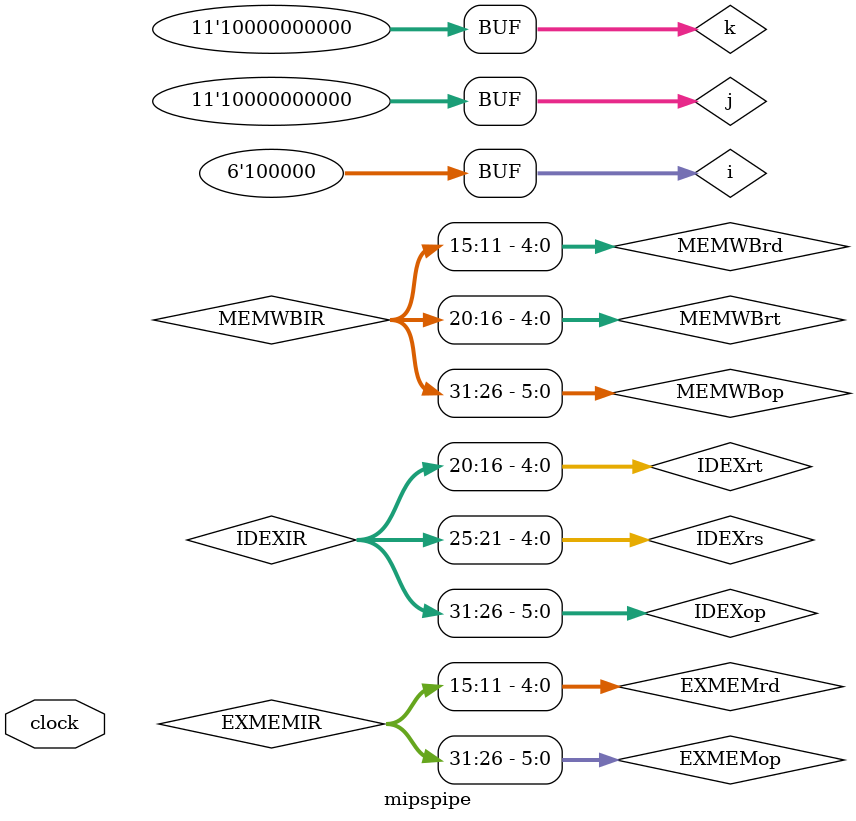
<source format=v>

module mipspipe(clock);
   // in_out
   input clock;

   // Instruction opcodes
   parameter LW = 6'b100011, SW = 6'b101011, BEQ = 6'b000100, nop = 32'b00000_100000, ALUop = 6'b0; 
   reg [31:0] PC, // Program counter
		  Regs[0:31],  // Register file
			  IMemory[0:1023], DMemory[0:1023], // Instruction and data memories
              IFIDIR, IDEXA, IDEXB, IDEXIR, EXMEMIR, EXMEMB, // pipeline latches
              EXMEMALUOut, MEMWBValue, MEMWBIR; // pipeline latches

   wire [4:0] IDEXrs, IDEXrt, EXMEMrd, MEMWBrd, MEMWBrt; // fields of pipeline latches
   wire [5:0] EXMEMop, MEMWBop, IDEXop; // opcodes
   wire [31:0] Ain, Bin; // ALU inputs

   // Define fields of pipeline latches
   assign IDEXrs = IDEXIR[25:21]; // rs field
   assign IDEXrt = IDEXIR[20:16]; // rt field
   assign EXMEMrd = EXMEMIR[15:11]; // rd field
   assign MEMWBrd = MEMWBIR[15:11]; // rd field
   assign MEMWBrt = MEMWBIR[20:16]; // rt field -- for loads
   assign EXMEMop = EXMEMIR[31:26]; // opcode
   assign MEMWBop = MEMWBIR[31:26]; // opcode
   assign IDEXop = IDEXIR[31:26]; // opcode

   // Inputs to the ALU come directly from the ID/EX pipeline latches
   assign Ain = IDEXA;
   assign Bin = IDEXB;
   reg [5:0] i; //used to initialize registers
   reg [10:0] j,k; //used to initialize registers

   initial begin
      PC = 0;
      IFIDIR = nop; 
      IDEXIR = nop; 
      EXMEMIR = nop; 
      MEMWBIR = nop; // no-ops placed in pipeline latches
      // test some instructions
      for (i=0;i<=31;i=i+1) Regs[i] = i; // initialize registers
      IMemory[0] = 32'h8c210003;
      IMemory[1] = 32'hac020000;
      IMemory[2] = 32'h00642820;
      for (j=3;j<=1023;j=j+1) IMemory[j] = nop;
      DMemory[0] = 32'h00000000;
      DMemory[1] = 32'hffffffff;
      for (k=2;k<=1023;k=k+1) DMemory[k] = 0;
   end
   
   always @ (posedge clock) 
   begin
      // FETCH: Fetch instruction & update PC
      IFIDIR <= IMemory[PC>>2];
	  PC <= PC + 4;
    
      // DECODE: Read registers 
      IDEXA <= Regs[IFIDIR[25:21]]; 
      IDEXB <= Regs[IFIDIR[20:16]]; // get two registers
      
	  IDEXIR <= IFIDIR; // pass along IR
      
      // EX: Address calculation or ALU operation
      if ((IDEXop==LW) |(IDEXop==SW)) // address calculation
         EXMEMALUOut <= IDEXA +{{16{IDEXIR[15]}}, IDEXIR[15:0]};
      else if (IDEXop==ALUop) begin // ALU operation
         case (IDEXIR[5:0]) // R-type instruction
           32: EXMEMALUOut <= Ain + Bin; // add operation
           default: ; // other R-type operations [to be implemented]
         endcase
      end
   
      EXMEMIR <= IDEXIR; EXMEMB <= IDEXB; //pass along the IR & B
   
      // MEM 
      if (EXMEMop==ALUop) MEMWBValue <= EXMEMALUOut; //pass along ALU result
      else if (EXMEMop == LW) MEMWBValue <= DMemory[EXMEMALUOut>>2]; // load
      else if (EXMEMop == SW) DMemory[EXMEMALUOut>>2] <=EXMEMB; // store
   
      MEMWBIR <= EXMEMIR; //pass along IR
   
      // WB 
      if ((MEMWBop==ALUop) & (MEMWBrd != 0)) // update registers if ALU operation and destination not 0
		Regs[MEMWBrd] <= MEMWBValue; // ALU operation
      else if ((MEMWBop == LW)& (MEMWBrt != 0)) // Update registers if load and destination not 0
		Regs[MEMWBrt] <= MEMWBValue;
    end

endmodule

</source>
